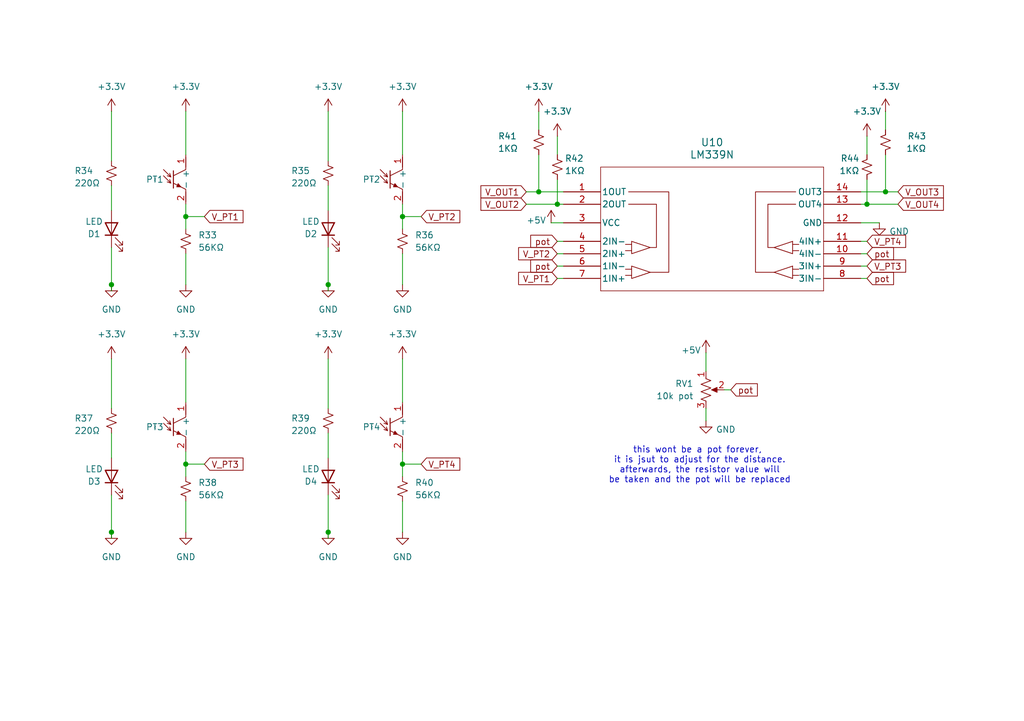
<source format=kicad_sch>
(kicad_sch (version 20231120) (generator "eeschema") (generator_version "8.0")
  (paper "A5")
  (title_block (title "IR SENSORS") (date "2025-05-01"))
  (lib_symbols
    (symbol "2N4403:PT204-6B"
      (property "Reference" "PT" (at 0 5.588 0))
      (symbol "PT204-6B_0_1"
        (polyline (pts (xy -4.572 0) (xy -2.032 0) (xy -0.762 2.54)))
        (polyline (pts (xy 4.572 0) (xy 2.032 0) (xy 0.762 2.54)))
        (polyline (pts (xy -2.032 4.572) (xy -0.508 3.048) (xy -1.27 3.302) (xy -0.508 3.048) (xy -0.762 3.81)))
        (polyline (pts (xy -0.762 4.572) (xy 0.762 3.048) (xy 0 3.302) (xy 0.762 3.048) (xy 0.508 3.81)))
      )
      (symbol "PT204-6B_1_1"
        (polyline (pts (xy -1.778 2.54) (xy 1.778 2.54)) (stroke (width 0.2032)))
        (polyline (pts (xy 0.8536 1.5649) (xy 1.5113 1.8625) (xy 1.5173 1.0178) (xy 0.8644 1.5468)) (fill (type outline)))
        (pin passive line (at -5.08 0 0) (length 2.54) (name "+") (number "1"))
        (pin passive line (at 5.08 0 180) (length 2.54) (name "-") (number "2"))
      )
    )
    (symbol "Device:R_Potentiometer_US" (pin_names (offset 1.016) hide)
      (property "Reference" "RV" (at -4.445 0 90))
      (property "Value" "R_Potentiometer_US" (at -2.54 0 90))
      (symbol "R_Potentiometer_US_0_1"
        (polyline (pts (xy 0 -2.286) (xy 0 -2.54)))
        (polyline (pts (xy 0 2.54) (xy 0 2.286)))
        (polyline (pts (xy 2.54 0) (xy 1.524 0)))
        (polyline (pts (xy 1.143 0) (xy 2.286 0.508) (xy 2.286 -0.508) (xy 1.143 0)) (fill (type outline)))
        (polyline (pts (xy 0 -0.762) (xy 1.016 -1.143) (xy 0 -1.524) (xy -1.016 -1.905) (xy 0 -2.286)))
        (polyline (pts (xy 0 0.762) (xy 1.016 0.381) (xy 0 0) (xy -1.016 -0.381) (xy 0 -0.762)))
        (polyline (pts (xy 0 2.286) (xy 1.016 1.905) (xy 0 1.524) (xy -1.016 1.143) (xy 0 0.762)))
      )
      (symbol "R_Potentiometer_US_1_1"
        (pin passive line (at 0 3.81 270) (length 1.27) (name "1") (number "1"))
        (pin passive line (at 3.81 0 180) (length 1.27) (name "2") (number "2"))
        (pin passive line (at 0 -3.81 90) (length 1.27) (name "3") (number "3"))
      )
    )
    (symbol "Device:R_Small_US" (pin_numbers hide) (pin_names (offset 0.254) hide)
      (property "Reference" "R" (at 0.762 0.508 0))
      (property "Value" "R_Small_US" (at 0.762 -1.016 0))
      (symbol "R_Small_US_1_1"
        (polyline (pts (xy 0 0) (xy 1.016 -0.381) (xy 0 -0.762) (xy -1.016 -1.143) (xy 0 -1.524)))
        (polyline (pts (xy 0 1.524) (xy 1.016 1.143) (xy 0 0.762) (xy -1.016 0.381) (xy 0 0)))
        (pin passive line (at 0 2.54 270) (length 1.016) (name "~") (number "1"))
        (pin passive line (at 0 -2.54 90) (length 1.016) (name "~") (number "2"))
      )
    )
    (symbol "LED_1" (pin_numbers hide) (pin_names (offset 1.016) hide)
      (property "Reference" "D" (at 0 2.54 0))
      (property "Value" "LED" (at 0 -2.54 0))
      (symbol "LED_1_0_1"
        (polyline (pts (xy -1.27 -1.27) (xy -1.27 1.27)) (stroke (width 0.254)))
        (polyline (pts (xy -1.27 0) (xy 1.27 0)))
        (polyline (pts (xy 1.27 -1.27) (xy 1.27 1.27) (xy -1.27 0) (xy 1.27 -1.27)) (stroke (width 0.254)))
        (polyline (pts (xy -3.048 -0.762) (xy -4.572 -2.286) (xy -3.81 -2.286) (xy -4.572 -2.286) (xy -4.572 -1.524)))
        (polyline (pts (xy -1.778 -0.762) (xy -3.302 -2.286) (xy -2.54 -2.286) (xy -3.302 -2.286) (xy -3.302 -1.524)))
      )
      (symbol "LED_1_1_1"
        (pin passive line (at -3.81 0 0) (length 2.54) (name "K") (number "1"))
        (pin passive line (at 3.81 0 180) (length 2.54) (name "A") (number "2"))
      )
    )
    (symbol "LM339:LM339N" (pin_names (offset 0.254))
      (property "Reference" "U10" (at 30.48 10.16 0))
      (property "Value" "LM339N" (at 30.48 7.62 0))
      (symbol "LM339N_0_1"
        (polyline (pts (xy 7.62 -20.32) (xy 53.34 -20.32)) (stroke (width 0.127)))
        (polyline (pts (xy 7.62 5.08) (xy 7.62 -20.32)) (stroke (width 0.127)))
        (polyline (pts (xy 13.97 -17.145) (xy 12.7 -17.145)))
        (polyline (pts (xy 13.97 -15.875) (xy 12.7 -15.875)))
        (polyline (pts (xy 13.97 -12.065) (xy 12.7 -12.065)))
        (polyline (pts (xy 13.97 -10.795) (xy 12.7 -10.795)))
        (polyline (pts (xy 48.26 -17.145) (xy 46.99 -17.145)))
        (polyline (pts (xy 48.26 -15.875) (xy 46.99 -15.875)))
        (polyline (pts (xy 48.26 -12.065) (xy 46.99 -12.065)))
        (polyline (pts (xy 48.26 -10.795) (xy 46.99 -10.795)))
        (polyline (pts (xy 53.34 -20.32) (xy 53.34 5.08)) (stroke (width 0.127)))
        (polyline (pts (xy 53.34 5.08) (xy 7.62 5.08)) (stroke (width 0.127)))
        (polyline (pts (xy 13.335 -2.54) (xy 19.05 -2.54) (xy 19.05 -11.43) (xy 17.78 -11.43)))
        (polyline (pts (xy 13.97 -15.24) (xy 17.78 -16.51) (xy 13.97 -17.78) (xy 13.97 -15.24)))
        (polyline (pts (xy 13.97 -10.16) (xy 17.78 -11.43) (xy 13.97 -12.7) (xy 13.97 -10.16)))
        (polyline (pts (xy 17.78 -16.51) (xy 21.59 -16.51) (xy 21.59 0) (xy 13.335 0)))
        (polyline (pts (xy 43.18 -16.51) (xy 39.37 -16.51) (xy 39.37 0) (xy 47.625 0)))
        (polyline (pts (xy 46.99 -15.24) (xy 43.18 -16.51) (xy 46.99 -17.78) (xy 46.99 -15.24)))
        (polyline (pts (xy 46.99 -10.16) (xy 43.18 -11.43) (xy 46.99 -12.7) (xy 46.99 -10.16)))
        (polyline (pts (xy 47.625 -2.54) (xy 41.91 -2.54) (xy 41.91 -11.43) (xy 43.18 -11.43)))
        (pin output line (at 0 0 0) (length 7.62) (name "1OUT") (number "1"))
        (pin input line (at 60.96 -12.7 180) (length 7.62) (name "4IN-") (number "10"))
        (pin input line (at 60.96 -10.16 180) (length 7.62) (name "4IN+") (number "11"))
        (pin power_in line (at 60.96 -6.35 180) (length 7.62) (name "GND") (number "12"))
        (pin output line (at 60.96 -2.54 180) (length 7.62) (name "OUT4") (number "13"))
        (pin output line (at 60.96 0 180) (length 7.62) (name "OUT3") (number "14"))
        (pin output line (at 0 -2.54 0) (length 7.62) (name "2OUT") (number "2"))
        (pin power_in line (at 0 -6.35 0) (length 7.62) (name "VCC") (number "3"))
        (pin input line (at 0 -10.16 0) (length 7.62) (name "2IN-") (number "4"))
        (pin input line (at 0 -12.7 0) (length 7.62) (name "2IN+") (number "5"))
        (pin input line (at 0 -15.24 0) (length 7.62) (name "1IN-") (number "6"))
        (pin input line (at 0 -17.78 0) (length 7.62) (name "1IN+") (number "7"))
        (pin input line (at 60.96 -17.78 180) (length 7.62) (name "3IN-") (number "8"))
        (pin input line (at 60.96 -15.24 180) (length 7.62) (name "3IN+") (number "9"))
      )
    )
    (symbol "power:+3.3V" (power) (pin_numbers hide) (pin_names (offset 0) hide)
      (property "Value" "+3.3V" (at 0 3.556 0))
      (symbol "+3.3V_0_1"
        (polyline (pts (xy -0.762 1.27) (xy 0 2.54)))
        (polyline (pts (xy 0 0) (xy 0 2.54)))
        (polyline (pts (xy 0 2.54) (xy 0.762 1.27)))
      )
      (symbol "+3.3V_1_1"
        (pin power_in line (at 0 0 90) (length 0) (name "~") (number "1"))
      )
    )
    (symbol "power:+5V" (power) (pin_numbers hide) (pin_names (offset 0) hide)
      (property "Value" "+5V" (at 0 3.556 0))
      (symbol "+5V_0_1"
        (polyline (pts (xy -0.762 1.27) (xy 0 2.54)))
        (polyline (pts (xy 0 0) (xy 0 2.54)))
        (polyline (pts (xy 0 2.54) (xy 0.762 1.27)))
      )
      (symbol "+5V_1_1"
        (pin power_in line (at 0 0 90) (length 0) (name "~") (number "1"))
      )
    )
    (symbol "power:GND" (power) (pin_numbers hide) (pin_names (offset 0) hide)
      (property "Value" "GND" (at 0 -3.81 0))
      (symbol "GND_0_1"
        (polyline (pts (xy 0 0) (xy 0 -1.27) (xy 1.27 -1.27) (xy 0 -2.54) (xy -1.27 -1.27) (xy 0 -1.27)))
      )
      (symbol "GND_1_1"
        (pin power_in line (at 0 0 270) (length 0) (name "~") (number "1"))
      )
    )
  )
  (junction (at 82.55 95.25))
  (junction (at 38.1 95.25))
  (junction (at 22.86 58.42))
  (junction (at 38.1 44.45))
  (junction (at 22.86 109.22))
  (junction (at 177.8 41.91))
  (junction (at 67.31 109.22))
  (junction (at 67.31 58.42))
  (junction (at 110.49 39.37))
  (junction (at 82.55 44.45))
  (junction (at 114.3 41.91))
  (junction (at 181.61 39.37))
  (wire (pts (xy 67.31 50.8) (xy 67.31 58.42)))
  (wire (pts (xy 114.3 49.53) (xy 115.57 49.53)))
  (wire (pts (xy 82.55 22.86) (xy 82.55 31.75)))
  (wire (pts (xy 144.78 72.39) (xy 144.78 76.2)))
  (wire (pts (xy 177.8 36.83) (xy 177.8 41.91)))
  (wire (pts (xy 114.3 54.61) (xy 115.57 54.61)))
  (wire (pts (xy 67.31 73.66) (xy 67.31 83.82)))
  (wire (pts (xy 38.1 73.66) (xy 38.1 82.55)))
  (wire (pts (xy 184.15 39.37) (xy 181.61 39.37)))
  (wire (pts (xy 22.86 59.69) (xy 22.86 58.42)))
  (wire (pts (xy 114.3 52.07) (xy 115.57 52.07)))
  (wire (pts (xy 149.86 80.01) (xy 148.59 80.01)))
  (wire (pts (xy 67.31 59.69) (xy 67.31 58.42)))
  (wire (pts (xy 82.55 102.87) (xy 82.55 109.22)))
  (wire (pts (xy 107.95 41.91) (xy 114.3 41.91)))
  (wire (pts (xy 67.31 88.9) (xy 67.31 93.98)))
  (wire (pts (xy 22.86 110.49) (xy 22.86 109.22)))
  (wire (pts (xy 177.8 57.15) (xy 176.53 57.15)))
  (wire (pts (xy 177.8 41.91) (xy 176.53 41.91)))
  (wire (pts (xy 184.15 41.91) (xy 177.8 41.91)))
  (wire (pts (xy 22.86 22.86) (xy 22.86 33.02)))
  (wire (pts (xy 38.1 95.25) (xy 38.1 92.71)))
  (wire (pts (xy 177.8 27.94) (xy 177.8 31.75)))
  (wire (pts (xy 67.31 101.6) (xy 67.31 109.22)))
  (wire (pts (xy 181.61 31.75) (xy 181.61 39.37)))
  (wire (pts (xy 107.95 39.37) (xy 110.49 39.37)))
  (wire (pts (xy 38.1 46.99) (xy 38.1 44.45)))
  (wire (pts (xy 110.49 39.37) (xy 115.57 39.37)))
  (wire (pts (xy 113.03 45.72) (xy 115.57 45.72)))
  (wire (pts (xy 82.55 52.07) (xy 82.55 58.42)))
  (wire (pts (xy 110.49 22.86) (xy 110.49 26.67)))
  (wire (pts (xy 67.31 110.49) (xy 67.31 109.22)))
  (wire (pts (xy 82.55 44.45) (xy 82.55 41.91)))
  (wire (pts (xy 114.3 57.15) (xy 115.57 57.15)))
  (wire (pts (xy 38.1 44.45) (xy 38.1 41.91)))
  (wire (pts (xy 110.49 31.75) (xy 110.49 39.37)))
  (wire (pts (xy 181.61 39.37) (xy 176.53 39.37)))
  (wire (pts (xy 22.86 38.1) (xy 22.86 43.18)))
  (wire (pts (xy 82.55 95.25) (xy 82.55 92.71)))
  (wire (pts (xy 114.3 41.91) (xy 115.57 41.91)))
  (wire (pts (xy 67.31 22.86) (xy 67.31 33.02)))
  (wire (pts (xy 41.91 44.45) (xy 38.1 44.45)))
  (wire (pts (xy 177.8 52.07) (xy 176.53 52.07)))
  (wire (pts (xy 82.55 97.79) (xy 82.55 95.25)))
  (wire (pts (xy 38.1 22.86) (xy 38.1 31.75)))
  (wire (pts (xy 22.86 50.8) (xy 22.86 58.42)))
  (wire (pts (xy 38.1 52.07) (xy 38.1 58.42)))
  (wire (pts (xy 86.36 95.25) (xy 82.55 95.25)))
  (wire (pts (xy 114.3 27.94) (xy 114.3 31.75)))
  (wire (pts (xy 177.8 54.61) (xy 176.53 54.61)))
  (wire (pts (xy 181.61 22.86) (xy 181.61 26.67)))
  (wire (pts (xy 82.55 46.99) (xy 82.55 44.45)))
  (wire (pts (xy 38.1 102.87) (xy 38.1 109.22)))
  (wire (pts (xy 86.36 44.45) (xy 82.55 44.45)))
  (wire (pts (xy 82.55 73.66) (xy 82.55 82.55)))
  (wire (pts (xy 41.91 95.25) (xy 38.1 95.25)))
  (wire (pts (xy 22.86 88.9) (xy 22.86 93.98)))
  (wire (pts (xy 38.1 97.79) (xy 38.1 95.25)))
  (wire (pts (xy 114.3 36.83) (xy 114.3 41.91)))
  (wire (pts (xy 22.86 101.6) (xy 22.86 109.22)))
  (wire (pts (xy 22.86 73.66) (xy 22.86 83.82)))
  (wire (pts (xy 144.78 86.36) (xy 144.78 83.82)))
  (wire (pts (xy 177.8 49.53) (xy 176.53 49.53)))
  (wire (pts (xy 67.31 38.1) (xy 67.31 43.18)))
  (wire (pts (xy 180.34 45.72) (xy 176.53 45.72)))
  (text "this wont be a pot forever, \nit is jsut to adjust for the distance.\nafterwards, the resistor value will\nbe taken and the pot will be replaced" (at 143.51 95.504 0) (effects (font (size 1.27 1.27))))
  (global_label "pot" (shape input) (at 114.3 49.53 180) (property "Intersheetrefs" "${INTERSHEET_REFS}" (effects (hide yes))))
  (global_label "V_PT3" (shape input) (at 41.91 95.25 0) (property "Intersheetrefs" "${INTERSHEET_REFS}" (effects (hide yes))))
  (global_label "V_OUT2" (shape input) (at 107.95 41.91 180) (property "Intersheetrefs" "${INTERSHEET_REFS}" (effects (hide yes))))
  (global_label "V_OUT3" (shape input) (at 184.15 39.37 0) (property "Intersheetrefs" "${INTERSHEET_REFS}" (effects (hide yes))))
  (global_label "pot" (shape input) (at 149.86 80.01 0) (property "Intersheetrefs" "${INTERSHEET_REFS}" (effects (hide yes))))
  (global_label "V_OUT4" (shape input) (at 184.15 41.91 0) (property "Intersheetrefs" "${INTERSHEET_REFS}" (effects (hide yes))))
  (global_label "V_PT2" (shape input) (at 86.36 44.45 0) (property "Intersheetrefs" "${INTERSHEET_REFS}" (effects (hide yes))))
  (global_label "V_PT4" (shape input) (at 177.8 49.53 0) (property "Intersheetrefs" "${INTERSHEET_REFS}" (effects (hide yes))))
  (global_label "V_PT3" (shape input) (at 177.8 54.61 0) (property "Intersheetrefs" "${INTERSHEET_REFS}" (effects (hide yes))))
  (global_label "pot" (shape input) (at 114.3 54.61 180) (property "Intersheetrefs" "${INTERSHEET_REFS}" (effects (hide yes))))
  (global_label "V_PT1" (shape input) (at 114.3 57.15 180) (property "Intersheetrefs" "${INTERSHEET_REFS}" (effects (hide yes))))
  (global_label "V_PT2" (shape input) (at 114.3 52.07 180) (property "Intersheetrefs" "${INTERSHEET_REFS}" (effects (hide yes))))
  (global_label "pot" (shape input) (at 177.8 52.07 0) (property "Intersheetrefs" "${INTERSHEET_REFS}" (effects (hide yes))))
  (global_label "V_OUT1" (shape input) (at 107.95 39.37 180) (property "Intersheetrefs" "${INTERSHEET_REFS}" (effects (hide yes))))
  (global_label "pot" (shape input) (at 177.8 57.15 0) (property "Intersheetrefs" "${INTERSHEET_REFS}" (effects (hide yes))))
  (global_label "V_PT1" (shape input) (at 41.91 44.45 0) (property "Intersheetrefs" "${INTERSHEET_REFS}" (effects (hide yes))))
  (global_label "V_PT4" (shape input) (at 86.36 95.25 0) (property "Intersheetrefs" "${INTERSHEET_REFS}" (effects (hide yes))))
  (symbol (lib_id "power:+3.3V") (at 114.3 27.94 0) (unit 1)
    (property "Reference" "#PWR046" (effects (hide yes)))
    (property "Value" "+3.3V" (at 114.3 22.86 0))
    (property "Description" "Power symbol creates a global label with name \"+3.3V\"" (effects (hide yes)))
  )
  (symbol (lib_id "Device:R_Small_US") (at 38.1 100.33 0) (unit 1)
    (property "Reference" "R38" (at 40.64 99.0599 0) (effects (justify left)))
    (property "Value" "56KΩ" (at 40.64 101.5999 0) (effects (justify left)))
    (property "Description" "Resistor, small US symbol" (effects (hide yes)))
  )
  (symbol (lib_id "Device:R_Potentiometer_US") (at 144.78 80.01 0) (unit 1)
    (property "Reference" "RV1" (at 142.24 78.7399 0) (effects (justify right)))
    (property "Value" "10k pot" (at 142.24 81.2799 0) (effects (justify right)))
    (property "Description" "Potentiometer, US symbol" (effects (hide yes)))
  )
  (symbol (lib_id "power:+3.3V") (at 110.49 22.86 0) (unit 1)
    (property "Reference" "#PWR045" (effects (hide yes)))
    (property "Value" "+3.3V" (at 110.49 17.78 0))
    (property "Description" "Power symbol creates a global label with name \"+3.3V\"" (effects (hide yes)))
  )
  (symbol (lib_id "Device:R_Small_US") (at 82.55 100.33 0) (unit 1)
    (property "Reference" "R40" (at 85.09 99.0599 0) (effects (justify left)))
    (property "Value" "56KΩ" (at 85.09 101.5999 0) (effects (justify left)))
    (property "Description" "Resistor, small US symbol" (effects (hide yes)))
  )
  (symbol (lib_id "Device:R_Small_US") (at 181.61 29.21 0) (mirror y) (unit 1)
    (property "Reference" "R43" (at 189.992 27.94 0) (effects (justify left)))
    (property "Value" "1KΩ" (at 189.992 30.48 0) (effects (justify left)))
    (property "Description" "Resistor, small US symbol" (effects (hide yes)))
  )
  (symbol (lib_id "2N4403:PT204-6B") (at 82.55 36.83 90) (mirror x) (unit 1)
    (property "Reference" "PT2" (at 76.2 36.83 90))
    (property "Value" "~" (at 76.2 36.83 0))
    (property "Footprint" "LED_THT:LED_D5.0mm" (effects (hide yes)))
  )
  (symbol (lib_id "power:GND") (at 67.31 109.22 0) (unit 1)
    (property "Reference" "#PWR042" (effects (hide yes)))
    (property "Value" "GND" (at 67.31 114.3 0))
    (property "Description" "Power symbol creates a global label with name \"GND\" , ground" (effects (hide yes)))
  )
  (symbol (lib_name "LED_1") (lib_id "Device:LED") (at 67.31 97.79 90) (unit 1)
    (property "Reference" "D4" (at 63.754 98.806 90))
    (property "Value" "LED" (at 63.754 96.266 90))
    (property "Footprint" "LED_THT:LED_D5.0mm" (effects (hide yes)))
    (property "Description" "Light emitting diode" (effects (hide yes)))
  )
  (symbol (lib_id "power:GND") (at 22.86 58.42 0) (unit 1)
    (property "Reference" "#PWR029" (effects (hide yes)))
    (property "Value" "GND" (at 22.86 63.5 0))
    (property "Description" "Power symbol creates a global label with name \"GND\" , ground" (effects (hide yes)))
  )
  (symbol (lib_id "power:+3.3V") (at 38.1 73.66 0) (unit 1)
    (property "Reference" "#PWR039" (effects (hide yes)))
    (property "Value" "+3.3V" (at 38.1 68.58 0))
    (property "Description" "Power symbol creates a global label with name \"+3.3V\"" (effects (hide yes)))
  )
  (symbol (lib_id "power:GND") (at 38.1 58.42 0) (unit 1)
    (property "Reference" "#PWR030" (effects (hide yes)))
    (property "Value" "GND" (at 38.1 63.5 0))
    (property "Description" "Power symbol creates a global label with name \"GND\" , ground" (effects (hide yes)))
  )
  (symbol (lib_id "power:GND") (at 22.86 109.22 0) (unit 1)
    (property "Reference" "#PWR038" (effects (hide yes)))
    (property "Value" "GND" (at 22.86 114.3 0))
    (property "Description" "Power symbol creates a global label with name \"GND\" , ground" (effects (hide yes)))
  )
  (symbol (lib_id "Device:R_Small_US") (at 67.31 35.56 0) (unit 1)
    (property "Reference" "R35" (at 59.69 35.052 0) (effects (justify left)))
    (property "Value" "220Ω" (at 59.69 37.592 0) (effects (justify left)))
    (property "Description" "Resistor, small US symbol" (effects (hide yes)))
  )
  (symbol (lib_id "Device:R_Small_US") (at 82.55 49.53 0) (unit 1)
    (property "Reference" "R36" (at 85.09 48.2599 0) (effects (justify left)))
    (property "Value" "56KΩ" (at 85.09 50.7999 0) (effects (justify left)))
    (property "Description" "Resistor, small US symbol" (effects (hide yes)))
  )
  (symbol (lib_name "LED_1") (lib_id "Device:LED") (at 22.86 97.79 90) (unit 1)
    (property "Reference" "D3" (at 19.304 98.806 90))
    (property "Value" "LED" (at 19.304 96.266 90))
    (property "Footprint" "LED_THT:LED_D5.0mm" (effects (hide yes)))
    (property "Description" "Light emitting diode" (effects (hide yes)))
  )
  (symbol (lib_id "power:+3.3V") (at 67.31 22.86 0) (unit 1)
    (property "Reference" "#PWR033" (effects (hide yes)))
    (property "Value" "+3.3V" (at 67.31 17.78 0))
    (property "Description" "Power symbol creates a global label with name \"+3.3V\"" (effects (hide yes)))
  )
  (symbol (lib_id "power:+5V") (at 144.78 72.39 0) (unit 1)
    (property "Reference" "#PWR051" (effects (hide yes)))
    (property "Value" "+5V" (at 141.732 71.882 0))
    (property "Description" "Power symbol creates a global label with name \"+5V\"" (effects (hide yes)))
  )
  (symbol (lib_name "LED_1") (lib_id "Device:LED") (at 22.86 46.99 90) (unit 1)
    (property "Reference" "D1" (at 19.304 48.006 90))
    (property "Value" "LED" (at 19.304 45.466 90))
    (property "Footprint" "LED_THT:LED_D5.0mm" (effects (hide yes)))
    (property "Description" "Light emitting diode" (effects (hide yes)))
  )
  (symbol (lib_id "power:GND") (at 82.55 109.22 0) (unit 1)
    (property "Reference" "#PWR044" (effects (hide yes)))
    (property "Value" "GND" (at 82.55 114.3 0))
    (property "Description" "Power symbol creates a global label with name \"GND\" , ground" (effects (hide yes)))
  )
  (symbol (lib_id "power:+3.3V") (at 181.61 22.86 0) (mirror y) (unit 1)
    (property "Reference" "#PWR047" (effects (hide yes)))
    (property "Value" "+3.3V" (at 181.61 17.78 0))
    (property "Description" "Power symbol creates a global label with name \"+3.3V\"" (effects (hide yes)))
  )
  (symbol (lib_id "power:+3.3V") (at 82.55 73.66 0) (unit 1)
    (property "Reference" "#PWR043" (effects (hide yes)))
    (property "Value" "+3.3V" (at 82.55 68.58 0))
    (property "Description" "Power symbol creates a global label with name \"+3.3V\"" (effects (hide yes)))
  )
  (symbol (lib_id "Device:R_Small_US") (at 114.3 34.29 0) (unit 1)
    (property "Reference" "R42" (at 115.824 32.512 0) (effects (justify left)))
    (property "Value" "1KΩ" (at 115.824 35.052 0) (effects (justify left)))
    (property "Description" "Resistor, small US symbol" (effects (hide yes)))
  )
  (symbol (lib_id "2N4403:PT204-6B") (at 38.1 36.83 90) (mirror x) (unit 1)
    (property "Reference" "PT1" (at 31.75 36.83 90))
    (property "Value" "~" (at 31.75 36.83 0))
    (property "Footprint" "LED_THT:LED_D5.0mm" (effects (hide yes)))
  )
  (symbol (lib_id "power:GND") (at 67.31 58.42 0) (unit 1)
    (property "Reference" "#PWR034" (effects (hide yes)))
    (property "Value" "GND" (at 67.31 63.5 0))
    (property "Description" "Power symbol creates a global label with name \"GND\" , ground" (effects (hide yes)))
  )
  (symbol (lib_id "power:GND") (at 144.78 86.36 0) (unit 1)
    (property "Reference" "#PWR052" (effects (hide yes)))
    (property "Value" "GND" (at 148.844 88.138 0))
    (property "Description" "Power symbol creates a global label with name \"GND\" , ground" (effects (hide yes)))
  )
  (symbol (lib_name "LED_1") (lib_id "Device:LED") (at 67.31 46.99 90) (unit 1)
    (property "Reference" "D2" (at 63.754 48.006 90))
    (property "Value" "LED" (at 63.754 45.466 90))
    (property "Footprint" "LED_THT:LED_D5.0mm" (effects (hide yes)))
    (property "Description" "Light emitting diode" (effects (hide yes)))
  )
  (symbol (lib_id "power:GND") (at 180.34 45.72 0) (unit 1)
    (property "Reference" "#PWR049" (effects (hide yes)))
    (property "Value" "GND" (at 184.404 47.498 0))
    (property "Description" "Power symbol creates a global label with name \"GND\" , ground" (effects (hide yes)))
  )
  (symbol (lib_id "power:GND") (at 82.55 58.42 0) (unit 1)
    (property "Reference" "#PWR036" (effects (hide yes)))
    (property "Value" "GND" (at 82.55 63.5 0))
    (property "Description" "Power symbol creates a global label with name \"GND\" , ground" (effects (hide yes)))
  )
  (symbol (lib_id "power:+3.3V") (at 22.86 73.66 0) (unit 1)
    (property "Reference" "#PWR037" (effects (hide yes)))
    (property "Value" "+3.3V" (at 22.86 68.58 0))
    (property "Description" "Power symbol creates a global label with name \"+3.3V\"" (effects (hide yes)))
  )
  (symbol (lib_id "power:+3.3V") (at 82.55 22.86 0) (unit 1)
    (property "Reference" "#PWR035" (effects (hide yes)))
    (property "Value" "+3.3V" (at 82.55 17.78 0))
    (property "Description" "Power symbol creates a global label with name \"+3.3V\"" (effects (hide yes)))
  )
  (symbol (lib_id "power:+5V") (at 113.03 45.72 0) (unit 1)
    (property "Reference" "#PWR050" (effects (hide yes)))
    (property "Value" "+5V" (at 109.982 45.212 0))
    (property "Description" "Power symbol creates a global label with name \"+5V\"" (effects (hide yes)))
  )
  (symbol (lib_id "2N4403:PT204-6B") (at 82.55 87.63 90) (mirror x) (unit 1)
    (property "Reference" "PT4" (at 76.2 87.63 90))
    (property "Value" "~" (at 76.2 87.63 0))
    (property "Footprint" "LED_THT:LED_D5.0mm" (effects (hide yes)))
  )
  (symbol (lib_id "power:+3.3V") (at 177.8 27.94 0) (mirror y) (unit 1)
    (property "Reference" "#PWR048" (effects (hide yes)))
    (property "Value" "+3.3V" (at 177.8 22.86 0))
    (property "Description" "Power symbol creates a global label with name \"+3.3V\"" (effects (hide yes)))
  )
  (symbol (lib_id "Device:R_Small_US") (at 22.86 86.36 0) (unit 1)
    (property "Reference" "R37" (at 15.24 85.852 0) (effects (justify left)))
    (property "Value" "220Ω" (at 15.24 88.392 0) (effects (justify left)))
    (property "Description" "Resistor, small US symbol" (effects (hide yes)))
  )
  (symbol (lib_id "power:GND") (at 38.1 109.22 0) (unit 1)
    (property "Reference" "#PWR040" (effects (hide yes)))
    (property "Value" "GND" (at 38.1 114.3 0))
    (property "Description" "Power symbol creates a global label with name \"GND\" , ground" (effects (hide yes)))
  )
  (symbol (lib_id "Device:R_Small_US") (at 38.1 49.53 0) (unit 1)
    (property "Reference" "R33" (at 40.64 48.2599 0) (effects (justify left)))
    (property "Value" "56KΩ" (at 40.64 50.7999 0) (effects (justify left)))
    (property "Description" "Resistor, small US symbol" (effects (hide yes)))
  )
  (symbol (lib_id "power:+3.3V") (at 38.1 22.86 0) (unit 1)
    (property "Reference" "#PWR032" (effects (hide yes)))
    (property "Value" "+3.3V" (at 38.1 17.78 0))
    (property "Description" "Power symbol creates a global label with name \"+3.3V\"" (effects (hide yes)))
  )
  (symbol (lib_id "power:+3.3V") (at 67.31 73.66 0) (unit 1)
    (property "Reference" "#PWR041" (effects (hide yes)))
    (property "Value" "+3.3V" (at 67.31 68.58 0))
    (property "Description" "Power symbol creates a global label with name \"+3.3V\"" (effects (hide yes)))
  )
  (symbol (lib_id "Device:R_Small_US") (at 22.86 35.56 0) (unit 1)
    (property "Reference" "R34" (at 15.24 35.052 0) (effects (justify left)))
    (property "Value" "220Ω" (at 15.24 37.592 0) (effects (justify left)))
    (property "Description" "Resistor, small US symbol" (effects (hide yes)))
  )
  (symbol (lib_id "Device:R_Small_US") (at 110.49 29.21 0) (unit 1)
    (property "Reference" "R41" (at 102.108 27.94 0) (effects (justify left)))
    (property "Value" "1KΩ" (at 102.108 30.48 0) (effects (justify left)))
    (property "Description" "Resistor, small US symbol" (effects (hide yes)))
  )
  (symbol (lib_id "LM339:LM339N") (at 115.57 39.37 0) (unit 1)
    (property "Reference" "U10" (at 146.05 29.21 0) (effects (font (size 1.524 1.524))))
    (property "Value" "LM339N" (at 146.05 31.75 0) (effects (font (size 1.524 1.524))))
    (property "Footprint" "N14" (effects (hide yes)))
    (property "Datasheet" "LM339N" (effects (hide yes)))
  )
  (symbol (lib_id "Device:R_Small_US") (at 177.8 34.29 0) (mirror y) (unit 1)
    (property "Reference" "R44" (at 176.276 32.512 0) (effects (justify left)))
    (property "Value" "1KΩ" (at 176.276 35.052 0) (effects (justify left)))
    (property "Description" "Resistor, small US symbol" (effects (hide yes)))
  )
  (symbol (lib_id "2N4403:PT204-6B") (at 38.1 87.63 90) (mirror x) (unit 1)
    (property "Reference" "PT3" (at 31.75 87.63 90))
    (property "Value" "~" (at 31.75 87.63 0))
    (property "Footprint" "LED_THT:LED_D5.0mm" (effects (hide yes)))
  )
  (symbol (lib_id "Device:R_Small_US") (at 67.31 86.36 0) (unit 1)
    (property "Reference" "R39" (at 59.69 85.852 0) (effects (justify left)))
    (property "Value" "220Ω" (at 59.69 88.392 0) (effects (justify left)))
    (property "Description" "Resistor, small US symbol" (effects (hide yes)))
  )
  (symbol (lib_id "power:+3.3V") (at 22.86 22.86 0) (unit 1)
    (property "Reference" "#PWR031" (effects (hide yes)))
    (property "Value" "+3.3V" (at 22.86 17.78 0))
    (property "Description" "Power symbol creates a global label with name \"+3.3V\"" (effects (hide yes)))
  )
)
</source>
